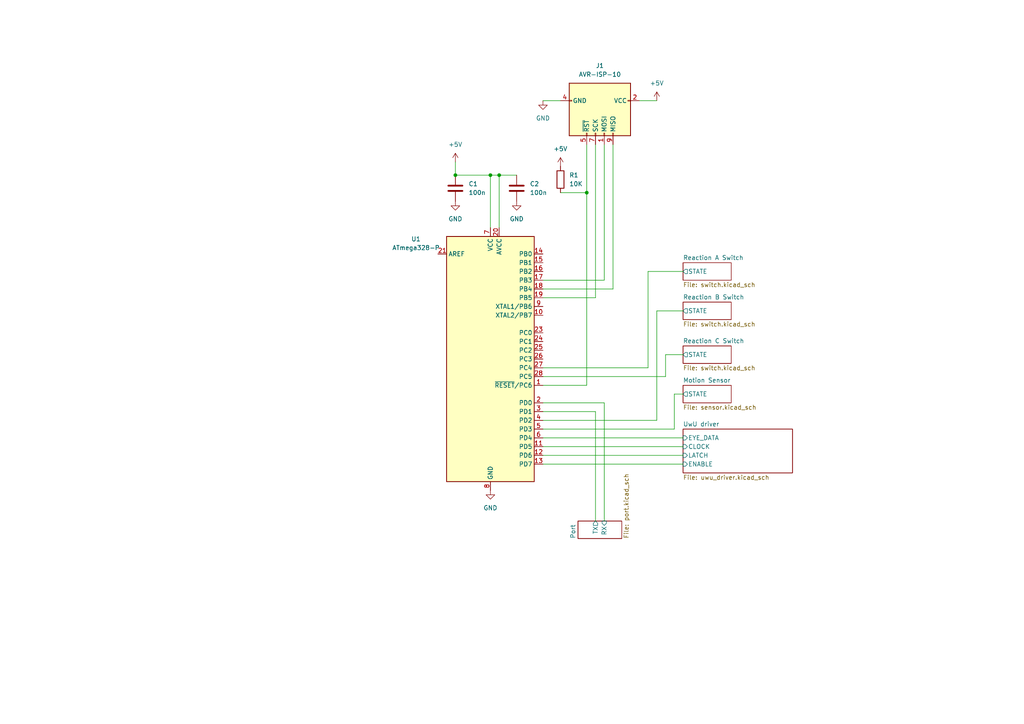
<source format=kicad_sch>
(kicad_sch (version 20211123) (generator eeschema)
  (paper "A4")
  (lib_symbols
    (symbol "Connector:AVR-ISP-10" (pin_names (offset 1.016))
      (property "Reference" "J" (at -6.35 11.43 0))
      (property "Value" "AVR-ISP-10" (at 0 11.43 0))
      (symbol "AVR-ISP-10_0_1"
        (rectangle (start -2.667 -6.858) (end -2.413 -7.62))
        (rectangle (start -2.667 10.16) (end -2.413 9.398))
        (rectangle (start 7.62 -2.413) (end 6.858 -2.667))
        (rectangle (start 7.62 0.127) (end 6.858 -0.127))
        (rectangle (start 7.62 2.667) (end 6.858 2.413))
        (rectangle (start 7.62 5.207) (end 6.858 4.953))
        (rectangle (start 7.62 10.16) (end -7.62 -7.62) (stroke (width 0.254)) (fill (type background)))
      )
      (symbol "AVR-ISP-10_1_1"
        (pin passive line (at 10.16 2.54 180) (length 2.54) (name "MOSI") (number "1"))
        (pin passive line (at -2.54 -10.16 90) (length 2.54) hide (name "GND") (number "10"))
        (pin passive line (at -2.54 12.7 270) (length 2.54) (name "VCC") (number "2"))
        (pin no_connect line (at 7.62 -5.08 180) (length 2.54) hide (name "NC") (number "3"))
        (pin passive line (at -2.54 -10.16 90) (length 2.54) (name "GND") (number "4"))
        (pin passive line (at 10.16 -2.54 180) (length 2.54) (name "~{RST}") (number "5"))
        (pin passive line (at -2.54 -10.16 90) (length 2.54) hide (name "GND") (number "6"))
        (pin passive line (at 10.16 0 180) (length 2.54) (name "SCK") (number "7"))
        (pin passive line (at -2.54 -10.16 90) (length 2.54) hide (name "GND") (number "8"))
        (pin passive line (at 10.16 5.08 180) (length 2.54) (name "MISO") (number "9"))
      )
    )
    (symbol "Device:C" (pin_numbers hide) (pin_names (offset 0.254))
      (property "Reference" "C" (at 0.635 2.54 0))
      (property "Value" "C" (at 0.635 -2.54 0))
      (symbol "C_0_1"
        (polyline (pts (xy -2.032 -0.762) (xy 2.032 -0.762)) (stroke (width 0.508)))
        (polyline (pts (xy -2.032 0.762) (xy 2.032 0.762)) (stroke (width 0.508)))
      )
      (symbol "C_1_1"
        (pin passive line (at 0 3.81 270) (length 2.794) (name "~") (number "1"))
        (pin passive line (at 0 -3.81 90) (length 2.794) (name "~") (number "2"))
      )
    )
    (symbol "Device:R" (pin_numbers hide) (pin_names (offset 0))
      (property "Reference" "R" (at 2.032 0 90))
      (property "Value" "R" (at 0 0 90))
      (symbol "R_0_1"
        (rectangle (start -1.016 -2.54) (end 1.016 2.54) (stroke (width 0.254)))
      )
      (symbol "R_1_1"
        (pin passive line (at 0 3.81 270) (length 1.27) (name "~") (number "1"))
        (pin passive line (at 0 -3.81 90) (length 1.27) (name "~") (number "2"))
      )
    )
    (symbol "MCU_Microchip_ATmega:ATmega328-P"
      (property "Reference" "U" (at -12.7 36.83 0))
      (property "Value" "ATmega328-P" (at 2.54 -36.83 0))
      (symbol "ATmega328-P_0_1"
        (rectangle (start -12.7 -35.56) (end 12.7 35.56) (stroke (width 0.254)) (fill (type background)))
      )
      (symbol "ATmega328-P_1_1"
        (pin bidirectional line (at 15.24 -7.62 180) (length 2.54) (name "~{RESET}/PC6") (number "1"))
        (pin bidirectional line (at 15.24 12.7 180) (length 2.54) (name "XTAL2/PB7") (number "10"))
        (pin bidirectional line (at 15.24 -25.4 180) (length 2.54) (name "PD5") (number "11"))
        (pin bidirectional line (at 15.24 -27.94 180) (length 2.54) (name "PD6") (number "12"))
        (pin bidirectional line (at 15.24 -30.48 180) (length 2.54) (name "PD7") (number "13"))
        (pin bidirectional line (at 15.24 30.48 180) (length 2.54) (name "PB0") (number "14"))
        (pin bidirectional line (at 15.24 27.94 180) (length 2.54) (name "PB1") (number "15"))
        (pin bidirectional line (at 15.24 25.4 180) (length 2.54) (name "PB2") (number "16"))
        (pin bidirectional line (at 15.24 22.86 180) (length 2.54) (name "PB3") (number "17"))
        (pin bidirectional line (at 15.24 20.32 180) (length 2.54) (name "PB4") (number "18"))
        (pin bidirectional line (at 15.24 17.78 180) (length 2.54) (name "PB5") (number "19"))
        (pin bidirectional line (at 15.24 -12.7 180) (length 2.54) (name "PD0") (number "2"))
        (pin power_in line (at 2.54 38.1 270) (length 2.54) (name "AVCC") (number "20"))
        (pin passive line (at -15.24 30.48 0) (length 2.54) (name "AREF") (number "21"))
        (pin passive line (at 0 -38.1 90) (length 2.54) hide (name "GND") (number "22"))
        (pin bidirectional line (at 15.24 7.62 180) (length 2.54) (name "PC0") (number "23"))
        (pin bidirectional line (at 15.24 5.08 180) (length 2.54) (name "PC1") (number "24"))
        (pin bidirectional line (at 15.24 2.54 180) (length 2.54) (name "PC2") (number "25"))
        (pin bidirectional line (at 15.24 0 180) (length 2.54) (name "PC3") (number "26"))
        (pin bidirectional line (at 15.24 -2.54 180) (length 2.54) (name "PC4") (number "27"))
        (pin bidirectional line (at 15.24 -5.08 180) (length 2.54) (name "PC5") (number "28"))
        (pin bidirectional line (at 15.24 -15.24 180) (length 2.54) (name "PD1") (number "3"))
        (pin bidirectional line (at 15.24 -17.78 180) (length 2.54) (name "PD2") (number "4"))
        (pin bidirectional line (at 15.24 -20.32 180) (length 2.54) (name "PD3") (number "5"))
        (pin bidirectional line (at 15.24 -22.86 180) (length 2.54) (name "PD4") (number "6"))
        (pin power_in line (at 0 38.1 270) (length 2.54) (name "VCC") (number "7"))
        (pin power_in line (at 0 -38.1 90) (length 2.54) (name "GND") (number "8"))
        (pin bidirectional line (at 15.24 15.24 180) (length 2.54) (name "XTAL1/PB6") (number "9"))
      )
    )
    (symbol "power:+5V" (power) (pin_names (offset 0))
      (property "Value" "+5V" (at 0 3.556 0))
      (symbol "+5V_0_1"
        (polyline (pts (xy -0.762 1.27) (xy 0 2.54)))
        (polyline (pts (xy 0 0) (xy 0 2.54)))
        (polyline (pts (xy 0 2.54) (xy 0.762 1.27)))
      )
      (symbol "+5V_1_1"
        (pin power_in line (at 0 0 90) (length 0) hide (name "+5V") (number "1"))
      )
    )
    (symbol "power:GND" (power) (pin_names (offset 0))
      (property "Value" "GND" (at 0 -3.81 0))
      (symbol "GND_0_1"
        (polyline (pts (xy 0 0) (xy 0 -1.27) (xy 1.27 -1.27) (xy 0 -2.54) (xy -1.27 -1.27) (xy 0 -1.27)))
      )
      (symbol "GND_1_1"
        (pin power_in line (at 0 0 270) (length 0) hide (name "GND") (number "1"))
      )
    )
  )
  (junction (at 142.24 50.8))
  (junction (at 132.08 50.8))
  (junction (at 170.18 55.88))
  (junction (at 144.78 50.8))
  (wire (pts (xy 187.96 106.68) (xy 157.48 106.68)))
  (wire (pts (xy 157.48 111.76) (xy 170.18 111.76)))
  (wire (pts (xy 190.5 90.17) (xy 190.5 121.92)))
  (wire (pts (xy 157.48 129.54) (xy 198.12 129.54)))
  (wire (pts (xy 157.48 121.92) (xy 190.5 121.92)))
  (wire (pts (xy 170.18 55.88) (xy 170.18 41.91)))
  (wire (pts (xy 193.04 102.87) (xy 193.04 109.22)))
  (wire (pts (xy 175.26 116.84) (xy 175.26 151.13)))
  (wire (pts (xy 195.58 114.3) (xy 198.12 114.3)))
  (wire (pts (xy 157.48 134.62) (xy 198.12 134.62)))
  (wire (pts (xy 190.5 90.17) (xy 198.12 90.17)))
  (wire (pts (xy 157.48 81.28) (xy 175.26 81.28)))
  (wire (pts (xy 132.08 50.8) (xy 142.24 50.8)))
  (wire (pts (xy 172.72 119.38) (xy 157.48 119.38)))
  (wire (pts (xy 172.72 41.91) (xy 172.72 86.36)))
  (wire (pts (xy 172.72 86.36) (xy 157.48 86.36)))
  (wire (pts (xy 157.48 83.82) (xy 177.8 83.82)))
  (wire (pts (xy 132.08 46.99) (xy 132.08 50.8)))
  (wire (pts (xy 157.48 124.46) (xy 195.58 124.46)))
  (wire (pts (xy 157.48 127) (xy 198.12 127)))
  (wire (pts (xy 162.56 55.88) (xy 170.18 55.88)))
  (wire (pts (xy 170.18 111.76) (xy 170.18 55.88)))
  (wire (pts (xy 198.12 78.74) (xy 187.96 78.74)))
  (wire (pts (xy 142.24 50.8) (xy 144.78 50.8)))
  (wire (pts (xy 195.58 124.46) (xy 195.58 114.3)))
  (wire (pts (xy 157.48 132.08) (xy 198.12 132.08)))
  (wire (pts (xy 175.26 81.28) (xy 175.26 41.91)))
  (wire (pts (xy 187.96 78.74) (xy 187.96 106.68)))
  (wire (pts (xy 177.8 83.82) (xy 177.8 41.91)))
  (wire (pts (xy 190.5 29.21) (xy 185.42 29.21)))
  (wire (pts (xy 142.24 50.8) (xy 142.24 66.04)))
  (wire (pts (xy 157.48 109.22) (xy 193.04 109.22)))
  (wire (pts (xy 157.48 116.84) (xy 175.26 116.84)))
  (wire (pts (xy 144.78 50.8) (xy 149.86 50.8)))
  (wire (pts (xy 198.12 102.87) (xy 193.04 102.87)))
  (wire (pts (xy 157.48 29.21) (xy 162.56 29.21)))
  (wire (pts (xy 144.78 50.8) (xy 144.78 66.04)))
  (wire (pts (xy 172.72 151.13) (xy 172.72 119.38)))
  (symbol (lib_id "Device:C") (at 149.86 54.61 0) (unit 1)
    (property "Reference" "C2" (at 153.67 53.3399 0) (effects (justify left)))
    (property "Value" "100n" (at 153.67 55.8799 0) (effects (justify left)))
    (property "Footprint" "Capacitor_THT:CP_Radial_D6.3mm_P2.50mm" (effects hide))
  )
  (symbol (lib_id "power:+5V") (at 190.5 29.21 0) (unit 1)
    (property "Reference" "#PWR0105" (effects hide))
    (property "Value" "+5V" (at 190.5 24.13 0))
  )
  (symbol (lib_id "power:+5V") (at 162.56 48.26 0) (unit 1)
    (property "Reference" "#PWR0103" (effects hide))
    (property "Value" "+5V" (at 162.56 43.18 0))
  )
  (symbol (lib_id "Device:R") (at 162.56 52.07 0) (unit 1)
    (property "Reference" "R1" (at 165.1 50.7999 0) (effects (justify left)))
    (property "Value" "10K" (at 165.1 53.3399 0) (effects (justify left)))
    (property "Footprint" "Resistor_THT:R_Axial_DIN0207_L6.3mm_D2.5mm_P7.62mm_Horizontal" (effects hide))
  )
  (symbol (lib_id "power:GND") (at 149.86 58.42 0) (unit 1)
    (property "Reference" "#PWR0106" (effects hide))
    (property "Value" "GND" (at 149.86 63.5 0))
  )
  (symbol (lib_id "power:GND") (at 142.24 142.24 0) (unit 1)
    (property "Reference" "#PWR0107" (effects hide))
    (property "Value" "GND" (at 142.24 147.32 0))
  )
  (symbol (lib_id "Device:C") (at 132.08 54.61 0) (unit 1)
    (property "Reference" "C1" (at 135.89 53.3399 0) (effects (justify left)))
    (property "Value" "100n" (at 135.89 55.8799 0) (effects (justify left)))
    (property "Footprint" "Capacitor_THT:CP_Radial_D6.3mm_P2.50mm" (effects hide))
  )
  (symbol (lib_id "MCU_Microchip_ATmega:ATmega328-P") (at 142.24 104.14 0) (unit 1)
    (property "Reference" "U1" (at 120.65 69.3293 0))
    (property "Value" "ATmega328-P" (at 120.65 71.8693 0))
    (property "Footprint" "Package_DIP:DIP-28_W7.62mm" (effects hide))
    (property "Datasheet" "http://ww1.microchip.com/downloads/en/DeviceDoc/ATmega328_P%20AVR%20MCU%20with%20picoPower%20Technology%20Data%20Sheet%2040001984A.pdf" (effects hide))
  )
  (symbol (lib_id "power:GND") (at 157.48 29.21 0) (unit 1)
    (property "Reference" "#PWR0104" (effects hide))
    (property "Value" "GND" (at 157.48 34.29 0))
  )
  (symbol (lib_id "Connector:AVR-ISP-10") (at 172.72 31.75 270) (unit 1)
    (property "Reference" "J1" (at 173.99 19.05 90))
    (property "Value" "AVR-ISP-10" (at 173.99 21.59 90))
    (property "Footprint" "Connector_PinHeader_2.54mm:PinHeader_2x05_P2.54mm_Vertical" (effects hide))
    (property "Datasheet" " ~" (effects hide))
  )
  (symbol (lib_id "power:+5V") (at 132.08 46.99 0) (unit 1)
    (property "Reference" "#PWR0101" (effects hide))
    (property "Value" "+5V" (at 132.08 41.91 0))
  )
  (symbol (lib_id "power:GND") (at 132.08 58.42 0) (unit 1)
    (property "Reference" "#PWR0102" (effects hide))
    (property "Value" "GND" (at 132.08 63.5 0))
  )
  (sheet (at 198.12 124.46) (size 31.75 12.7) (stroke (width 0.1524))
    (property "Sheet name" "UwU driver" (at 198.12 123.7484 0) (effects (justify left bottom)))
    (property "Sheet file" "uwu_driver.kicad_sch" (at 198.12 137.7446 0) (effects (justify left top)))
    (pin "EYE_DATA" input (at 198.12 127 180))
    (pin "CLOCK" input (at 198.12 129.54 180))
    (pin "LATCH" input (at 198.12 132.08 180))
    (pin "ENABLE" input (at 198.12 134.62 180))
  )
  (sheet (at 198.12 76.2) (size 13.97 5.08) (stroke (width 0.1524))
    (property "Sheet name" "Reaction A Switch" (at 198.12 75.4884 0) (effects (justify left bottom)))
    (property "Sheet file" "switch.kicad_sch" (at 198.12 81.8646 0) (effects (justify left top)))
    (pin "STATE" output (at 198.12 78.74 180))
  )
  (sheet (at 198.12 111.76) (size 13.97 5.08) (stroke (width 0.1524))
    (property "Sheet name" "Motion Sensor" (at 198.12 111.0484 0) (effects (justify left bottom)))
    (property "Sheet file" "sensor.kicad_sch" (at 198.12 117.4246 0) (effects (justify left top)))
    (pin "STATE" output (at 198.12 114.3 180))
  )
  (sheet (at 198.12 100.33) (size 13.97 5.08) (stroke (width 0.1524))
    (property "Sheet name" "Reaction C Switch" (at 198.12 99.6184 0) (effects (justify left bottom)))
    (property "Sheet file" "switch.kicad_sch" (at 198.12 105.9946 0) (effects (justify left top)))
    (pin "STATE" output (at 198.12 102.87 180))
  )
  (sheet (at 198.12 87.63) (size 13.97 5.08) (stroke (width 0.1524))
    (property "Sheet name" "Reaction B Switch" (at 198.12 86.9184 0) (effects (justify left bottom)))
    (property "Sheet file" "switch.kicad_sch" (at 198.12 93.2946 0) (effects (justify left top)))
    (pin "STATE" output (at 198.12 90.17 180))
  )
  (sheet (at 167.64 151.13) (size 12.7 5.08) (stroke (width 0.1524))
    (property "Sheet name" "Port" (at 166.9284 156.21 90) (effects (justify left bottom)))
    (property "Sheet file" "port.kicad_sch" (at 180.9246 156.21 90) (effects (justify left top)))
    (pin "RX" input (at 175.26 151.13 90))
    (pin "TX" output (at 172.72 151.13 90))
  )
)
</source>
